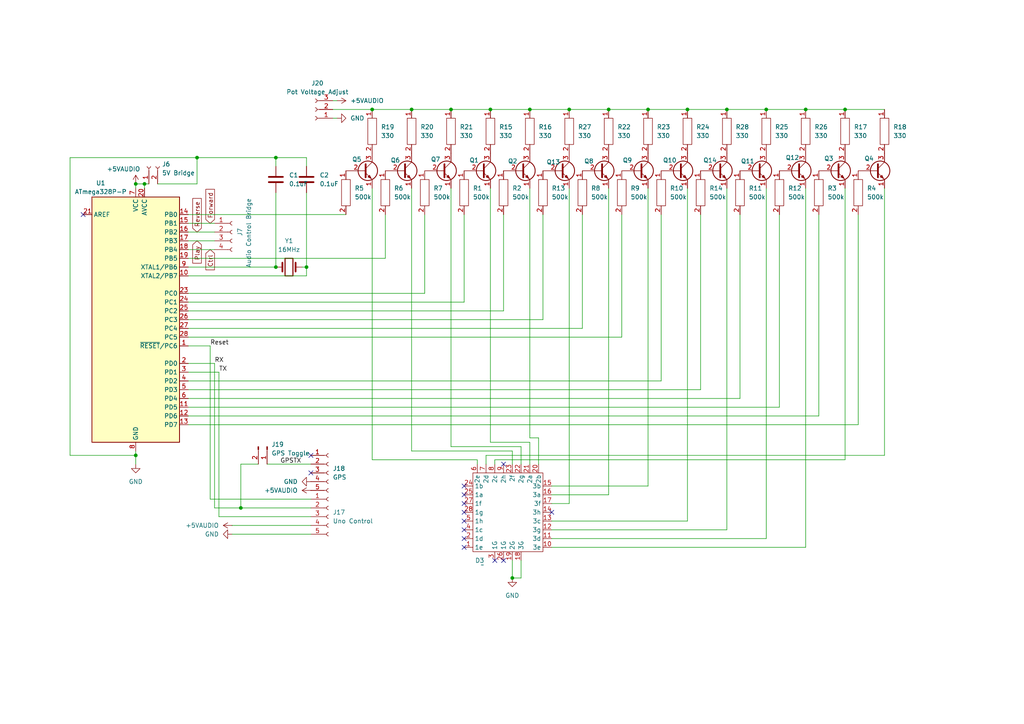
<source format=kicad_sch>
(kicad_sch (version 20231120) (generator "eeschema") (generator_version "8.0")
  (paper "A4")
  (lib_symbols
    (symbol "Connector:Conn_01x02_Pin" (pin_names (offset 1.016) hide)
      (property "Reference" "J" (at 0 2.54 0))
      (property "Value" "Conn_01x02_Pin" (at 0 -5.08 0))
      (symbol "Conn_01x02_Pin_1_1"
        (polyline (pts (xy 1.27 -2.54) (xy 0.8636 -2.54)) (stroke (width 0.1524)))
        (polyline (pts (xy 1.27 0) (xy 0.8636 0)) (stroke (width 0.1524)))
        (rectangle (start 0.8636 -2.413) (end 0 -2.667) (stroke (width 0.1524)) (fill (type outline)))
        (rectangle (start 0.8636 0.127) (end 0 -0.127) (stroke (width 0.1524)) (fill (type outline)))
        (pin passive line (at 5.08 0 180) (length 3.81) (name "Pin_1") (number "1"))
        (pin passive line (at 5.08 -2.54 180) (length 3.81) (name "Pin_2") (number "2"))
      )
    )
    (symbol "Connector:Conn_01x02_Socket" (pin_names (offset 1.016) hide)
      (property "Reference" "J" (at 0 2.54 0))
      (property "Value" "Conn_01x02_Socket" (at 0 -5.08 0))
      (symbol "Conn_01x02_Socket_1_1"
        (arc (start 0 -2.032) (mid -0.5058 -2.54) (end 0 -3.048) (stroke (width 0.1524)))
        (polyline (pts (xy -1.27 -2.54) (xy -0.508 -2.54)) (stroke (width 0.1524)))
        (polyline (pts (xy -1.27 0) (xy -0.508 0)) (stroke (width 0.1524)))
        (arc (start 0 0.508) (mid -0.5058 0) (end 0 -0.508) (stroke (width 0.1524)))
        (pin passive line (at -5.08 0 0) (length 3.81) (name "Pin_1") (number "1"))
        (pin passive line (at -5.08 -2.54 0) (length 3.81) (name "Pin_2") (number "2"))
      )
    )
    (symbol "Connector:Conn_01x03_Socket" (pin_names (offset 1.016) hide)
      (property "Reference" "J" (at 0 5.08 0))
      (property "Value" "Conn_01x03_Socket" (at 0 -5.08 0))
      (symbol "Conn_01x03_Socket_1_1"
        (arc (start 0 -2.032) (mid -0.5058 -2.54) (end 0 -3.048) (stroke (width 0.1524)))
        (polyline (pts (xy -1.27 -2.54) (xy -0.508 -2.54)) (stroke (width 0.1524)))
        (polyline (pts (xy -1.27 0) (xy -0.508 0)) (stroke (width 0.1524)))
        (polyline (pts (xy -1.27 2.54) (xy -0.508 2.54)) (stroke (width 0.1524)))
        (arc (start 0 0.508) (mid -0.5058 0) (end 0 -0.508) (stroke (width 0.1524)))
        (arc (start 0 3.048) (mid -0.5058 2.54) (end 0 2.032) (stroke (width 0.1524)))
        (pin passive line (at -5.08 2.54 0) (length 3.81) (name "Pin_1") (number "1"))
        (pin passive line (at -5.08 0 0) (length 3.81) (name "Pin_2") (number "2"))
        (pin passive line (at -5.08 -2.54 0) (length 3.81) (name "Pin_3") (number "3"))
      )
    )
    (symbol "Connector:Conn_01x04_Socket" (pin_names (offset 1.016) hide)
      (property "Reference" "J" (at 0 5.08 0))
      (property "Value" "Conn_01x04_Socket" (at 0 -7.62 0))
      (symbol "Conn_01x04_Socket_1_1"
        (arc (start 0 -4.572) (mid -0.5058 -5.08) (end 0 -5.588) (stroke (width 0.1524)))
        (arc (start 0 -2.032) (mid -0.5058 -2.54) (end 0 -3.048) (stroke (width 0.1524)))
        (polyline (pts (xy -1.27 -5.08) (xy -0.508 -5.08)) (stroke (width 0.1524)))
        (polyline (pts (xy -1.27 -2.54) (xy -0.508 -2.54)) (stroke (width 0.1524)))
        (polyline (pts (xy -1.27 0) (xy -0.508 0)) (stroke (width 0.1524)))
        (polyline (pts (xy -1.27 2.54) (xy -0.508 2.54)) (stroke (width 0.1524)))
        (arc (start 0 0.508) (mid -0.5058 0) (end 0 -0.508) (stroke (width 0.1524)))
        (arc (start 0 3.048) (mid -0.5058 2.54) (end 0 2.032) (stroke (width 0.1524)))
        (pin passive line (at -5.08 2.54 0) (length 3.81) (name "Pin_1") (number "1"))
        (pin passive line (at -5.08 0 0) (length 3.81) (name "Pin_2") (number "2"))
        (pin passive line (at -5.08 -2.54 0) (length 3.81) (name "Pin_3") (number "3"))
        (pin passive line (at -5.08 -5.08 0) (length 3.81) (name "Pin_4") (number "4"))
      )
    )
    (symbol "Connector:Conn_01x05_Socket" (pin_names (offset 1.016) hide)
      (property "Reference" "J" (at 0 7.62 0))
      (property "Value" "Conn_01x05_Socket" (at 0 -7.62 0))
      (symbol "Conn_01x05_Socket_1_1"
        (arc (start 0 -4.572) (mid -0.5058 -5.08) (end 0 -5.588) (stroke (width 0.1524)))
        (arc (start 0 -2.032) (mid -0.5058 -2.54) (end 0 -3.048) (stroke (width 0.1524)))
        (polyline (pts (xy -1.27 -5.08) (xy -0.508 -5.08)) (stroke (width 0.1524)))
        (polyline (pts (xy -1.27 -2.54) (xy -0.508 -2.54)) (stroke (width 0.1524)))
        (polyline (pts (xy -1.27 0) (xy -0.508 0)) (stroke (width 0.1524)))
        (polyline (pts (xy -1.27 2.54) (xy -0.508 2.54)) (stroke (width 0.1524)))
        (polyline (pts (xy -1.27 5.08) (xy -0.508 5.08)) (stroke (width 0.1524)))
        (arc (start 0 0.508) (mid -0.5058 0) (end 0 -0.508) (stroke (width 0.1524)))
        (arc (start 0 3.048) (mid -0.5058 2.54) (end 0 2.032) (stroke (width 0.1524)))
        (arc (start 0 5.588) (mid -0.5058 5.08) (end 0 4.572) (stroke (width 0.1524)))
        (pin passive line (at -5.08 5.08 0) (length 3.81) (name "Pin_1") (number "1"))
        (pin passive line (at -5.08 2.54 0) (length 3.81) (name "Pin_2") (number "2"))
        (pin passive line (at -5.08 0 0) (length 3.81) (name "Pin_3") (number "3"))
        (pin passive line (at -5.08 -2.54 0) (length 3.81) (name "Pin_4") (number "4"))
        (pin passive line (at -5.08 -5.08 0) (length 3.81) (name "Pin_5") (number "5"))
      )
    )
    (symbol "Device:C" (pin_numbers hide) (pin_names (offset 0.254))
      (property "Reference" "C" (at 0.635 2.54 0))
      (property "Value" "C" (at 0.635 -2.54 0))
      (symbol "C_0_1"
        (polyline (pts (xy -2.032 -0.762) (xy 2.032 -0.762)) (stroke (width 0.508)))
        (polyline (pts (xy -2.032 0.762) (xy 2.032 0.762)) (stroke (width 0.508)))
      )
      (symbol "C_1_1"
        (pin passive line (at 0 3.81 270) (length 2.794) (name "~") (number "1"))
        (pin passive line (at 0 -3.81 90) (length 2.794) (name "~") (number "2"))
      )
    )
    (symbol "Device:Crystal" (pin_numbers hide) (pin_names (offset 1.016) hide)
      (property "Reference" "Y" (at 0 3.81 0))
      (property "Value" "Crystal" (at 0 -3.81 0))
      (symbol "Crystal_0_1"
        (rectangle (start -1.143 2.54) (end 1.143 -2.54) (stroke (width 0.3048)))
        (polyline (pts (xy -2.54 0) (xy -1.905 0)))
        (polyline (pts (xy -1.905 -1.27) (xy -1.905 1.27)) (stroke (width 0.508)))
        (polyline (pts (xy 1.905 -1.27) (xy 1.905 1.27)) (stroke (width 0.508)))
        (polyline (pts (xy 2.54 0) (xy 1.905 0)))
      )
      (symbol "Crystal_1_1"
        (pin passive line (at -3.81 0 0) (length 1.27) (name "1") (number "1"))
        (pin passive line (at 3.81 0 180) (length 1.27) (name "2") (number "2"))
      )
    )
    (symbol "MCU_Microchip_ATmega:ATmega328P-P"
      (property "Reference" "U" (at -12.7 36.83 0))
      (property "Value" "ATmega328P-P" (at 2.54 -36.83 0))
      (symbol "ATmega328P-P_0_1"
        (rectangle (start -12.7 -35.56) (end 12.7 35.56) (stroke (width 0.254)) (fill (type background)))
      )
      (symbol "ATmega328P-P_1_1"
        (pin bidirectional line (at 15.24 -7.62 180) (length 2.54) (name "~{RESET}/PC6") (number "1"))
        (pin bidirectional line (at 15.24 12.7 180) (length 2.54) (name "XTAL2/PB7") (number "10"))
        (pin bidirectional line (at 15.24 -25.4 180) (length 2.54) (name "PD5") (number "11"))
        (pin bidirectional line (at 15.24 -27.94 180) (length 2.54) (name "PD6") (number "12"))
        (pin bidirectional line (at 15.24 -30.48 180) (length 2.54) (name "PD7") (number "13"))
        (pin bidirectional line (at 15.24 30.48 180) (length 2.54) (name "PB0") (number "14"))
        (pin bidirectional line (at 15.24 27.94 180) (length 2.54) (name "PB1") (number "15"))
        (pin bidirectional line (at 15.24 25.4 180) (length 2.54) (name "PB2") (number "16"))
        (pin bidirectional line (at 15.24 22.86 180) (length 2.54) (name "PB3") (number "17"))
        (pin bidirectional line (at 15.24 20.32 180) (length 2.54) (name "PB4") (number "18"))
        (pin bidirectional line (at 15.24 17.78 180) (length 2.54) (name "PB5") (number "19"))
        (pin bidirectional line (at 15.24 -12.7 180) (length 2.54) (name "PD0") (number "2"))
        (pin power_in line (at 2.54 38.1 270) (length 2.54) (name "AVCC") (number "20"))
        (pin passive line (at -15.24 30.48 0) (length 2.54) (name "AREF") (number "21"))
        (pin passive line (at 0 -38.1 90) (length 2.54) hide (name "GND") (number "22"))
        (pin bidirectional line (at 15.24 7.62 180) (length 2.54) (name "PC0") (number "23"))
        (pin bidirectional line (at 15.24 5.08 180) (length 2.54) (name "PC1") (number "24"))
        (pin bidirectional line (at 15.24 2.54 180) (length 2.54) (name "PC2") (number "25"))
        (pin bidirectional line (at 15.24 0 180) (length 2.54) (name "PC3") (number "26"))
        (pin bidirectional line (at 15.24 -2.54 180) (length 2.54) (name "PC4") (number "27"))
        (pin bidirectional line (at 15.24 -5.08 180) (length 2.54) (name "PC5") (number "28"))
        (pin bidirectional line (at 15.24 -15.24 180) (length 2.54) (name "PD1") (number "3"))
        (pin bidirectional line (at 15.24 -17.78 180) (length 2.54) (name "PD2") (number "4"))
        (pin bidirectional line (at 15.24 -20.32 180) (length 2.54) (name "PD3") (number "5"))
        (pin bidirectional line (at 15.24 -22.86 180) (length 2.54) (name "PD4") (number "6"))
        (pin power_in line (at 0 38.1 270) (length 2.54) (name "VCC") (number "7"))
        (pin power_in line (at 0 -38.1 90) (length 2.54) (name "GND") (number "8"))
        (pin bidirectional line (at 15.24 15.24 180) (length 2.54) (name "XTAL1/PB6") (number "9"))
      )
    )
    (symbol "Transistor_BJT:BC107" (pin_names (offset 0) hide)
      (property "Reference" "Q" (at 5.08 1.905 0))
      (property "Value" "BC107" (at 5.08 0 0))
      (symbol "BC107_0_1"
        (polyline (pts (xy 0.635 0.635) (xy 2.54 2.54)))
        (polyline (pts (xy 0.635 -0.635) (xy 2.54 -2.54) (xy 2.54 -2.54)))
        (polyline (pts (xy 0.635 1.905) (xy 0.635 -1.905) (xy 0.635 -1.905)) (stroke (width 0.508)))
        (polyline (pts (xy 1.27 -1.778) (xy 1.778 -1.27) (xy 2.286 -2.286) (xy 1.27 -1.778) (xy 1.27 -1.778)) (fill (type outline)))
        (circle (center 1.27 0) (radius 2.8194) (stroke (width 0.254)))
      )
      (symbol "BC107_1_1"
        (pin passive line (at 2.54 -5.08 90) (length 2.54) (name "E") (number "1"))
        (pin input line (at -5.08 0 0) (length 5.715) (name "B") (number "2"))
        (pin passive line (at 2.54 5.08 270) (length 2.54) (name "C") (number "3"))
      )
    )
    (symbol "carinterface:Kingbright__BC56-11EWA"
      (property "Reference" "LED?" (at 7.874 14.224 0))
      (symbol "Kingbright__BC56-11EWA_0_1"
        (rectangle (start -10.16 11.43) (end 10.16 -11.43))
      )
      (symbol "Kingbright__BC56-11EWA_1_1"
        (pin input line (at -12.7 10.16 0) (length 2.54) (name "1e") (number "1"))
        (pin input line (at 12.7 10.16 180) (length 2.54) (name "3e") (number "10"))
        (pin input line (at 12.7 7.62 180) (length 2.54) (name "3d") (number "11"))
        (pin input line (at 12.7 5.08 180) (length 2.54) (name "3g") (number "12"))
        (pin input line (at 12.7 2.54 180) (length 2.54) (name "3c") (number "13"))
        (pin input line (at 12.7 0 180) (length 2.54) (name "3h") (number "14"))
        (pin input line (at 12.7 -7.62 180) (length 2.54) (name "3b") (number "15"))
        (pin input line (at 12.7 -5.08 180) (length 2.54) (name "3a") (number "16"))
        (pin input line (at 12.7 -2.54 180) (length 2.54) (name "3f") (number "17"))
        (pin power_out line (at 3.81 13.97 270) (length 2.54) (name "3G") (number "18"))
        (pin power_out line (at 1.27 13.97 270) (length 2.54) (name "2G") (number "19"))
        (pin input line (at -12.7 7.62 0) (length 2.54) (name "1d") (number "2"))
        (pin input line (at 8.89 -13.97 90) (length 2.54) (name "2b") (number "20"))
        (pin input line (at 6.35 -13.97 90) (length 2.54) (name "2a") (number "21"))
        (pin input line (at 3.81 -13.97 90) (length 2.54) (name "2g") (number "22"))
        (pin input line (at 1.27 -13.97 90) (length 2.54) (name "2f") (number "23"))
        (pin input line (at -12.7 -7.62 0) (length 2.54) (name "1b") (number "24"))
        (pin input line (at -12.7 -5.08 0) (length 2.54) (name "1a") (number "25"))
        (pin power_out line (at -1.27 13.97 270) (length 2.54) (name "1G") (number "26"))
        (pin input line (at -12.7 -2.54 0) (length 2.54) (name "1f") (number "27"))
        (pin input line (at -12.7 0 0) (length 2.54) (name "1g") (number "28"))
        (pin power_out line (at -3.81 13.97 270) (length 2.54) (name "1G") (number "3"))
        (pin input line (at -12.7 5.08 0) (length 2.54) (name "1c") (number "4"))
        (pin input line (at -12.7 2.54 0) (length 2.54) (name "1h") (number "5"))
        (pin input line (at -8.89 -13.97 90) (length 2.54) (name "2e") (number "6"))
        (pin input line (at -6.35 -13.97 90) (length 2.54) (name "2d") (number "7"))
        (pin input line (at -3.81 -13.97 90) (length 2.54) (name "2c") (number "8"))
        (pin input line (at -1.27 -13.97 90) (length 2.54) (name "2h") (number "9"))
      )
    )
    (symbol "carinterface:Vertical_Resistor"
      (property "Reference" "R?" (at 0 2.286 0))
      (symbol "Vertical_Resistor_0_1"
        (rectangle (start -3.81 1.27) (end 3.81 -1.27))
      )
      (symbol "Vertical_Resistor_1_1"
        (pin bidirectional line (at -6.35 0 0) (length 2.54) (name "") (number "1"))
        (pin bidirectional line (at 6.35 0 180) (length 2.54) (name "") (number "2"))
      )
    )
    (symbol "power:+5V" (power) (pin_numbers hide) (pin_names (offset 0) hide)
      (property "Value" "+5V" (at 0 3.556 0))
      (symbol "+5V_0_1"
        (polyline (pts (xy -0.762 1.27) (xy 0 2.54)))
        (polyline (pts (xy 0 0) (xy 0 2.54)))
        (polyline (pts (xy 0 2.54) (xy 0.762 1.27)))
      )
      (symbol "+5V_1_1"
        (pin power_in line (at 0 0 90) (length 0) (name "~") (number "1"))
      )
    )
    (symbol "power:GND" (power) (pin_numbers hide) (pin_names (offset 0) hide)
      (property "Value" "GND" (at 0 -3.81 0))
      (symbol "GND_0_1"
        (polyline (pts (xy 0 0) (xy 0 -1.27) (xy 1.27 -1.27) (xy 0 -2.54) (xy -1.27 -1.27) (xy 0 -1.27)))
      )
      (symbol "GND_1_1"
        (pin power_in line (at 0 0 270) (length 0) (name "~") (number "1"))
      )
    )
  )
  (junction (at 245.11 31.75))
  (junction (at 130.81 31.75))
  (junction (at 142.24 31.75))
  (junction (at 199.39 31.75))
  (junction (at 80.01 77.47))
  (junction (at 107.95 31.75))
  (junction (at 57.15 45.72))
  (junction (at 165.1 31.75))
  (junction (at 69.85 147.32))
  (junction (at 233.68 31.75))
  (junction (at 88.9 77.47))
  (junction (at 153.67 31.75))
  (junction (at 41.91 53.34))
  (junction (at 210.82 31.75))
  (junction (at 176.53 31.75))
  (junction (at 222.25 31.75))
  (junction (at 39.37 53.34))
  (junction (at 148.59 167.64))
  (junction (at 39.37 132.08))
  (junction (at 187.96 31.75))
  (junction (at 119.38 31.75))
  (junction (at 80.01 45.72))
  (no_connect (at 134.62 156.21))
  (no_connect (at 134.62 151.13))
  (no_connect (at 134.62 148.59))
  (no_connect (at 134.62 140.97))
  (no_connect (at 90.17 132.08))
  (no_connect (at 134.62 146.05))
  (no_connect (at 134.62 143.51))
  (no_connect (at 134.62 158.75))
  (no_connect (at 146.05 134.62))
  (no_connect (at 160.02 148.59))
  (no_connect (at 24.13 62.23))
  (no_connect (at 146.05 162.56))
  (no_connect (at 90.17 137.16))
  (no_connect (at 143.51 162.56))
  (no_connect (at 134.62 153.67))
  (wire (pts (xy 199.39 151.13) (xy 160.02 151.13)))
  (wire (pts (xy 62.23 147.32) (xy 69.85 147.32)))
  (wire (pts (xy 54.61 113.03) (xy 203.2 113.03)))
  (wire (pts (xy 256.54 54.61) (xy 256.54 132.08)))
  (wire (pts (xy 176.53 143.51) (xy 160.02 143.51)))
  (wire (pts (xy 222.25 54.61) (xy 222.25 156.21)))
  (wire (pts (xy 39.37 132.08) (xy 39.37 134.62)))
  (wire (pts (xy 80.01 45.72) (xy 80.01 48.26)))
  (wire (pts (xy 142.24 54.61) (xy 142.24 128.27)))
  (wire (pts (xy 248.92 123.19) (xy 248.92 62.23)))
  (wire (pts (xy 88.9 48.26) (xy 88.9 45.72)))
  (wire (pts (xy 165.1 31.75) (xy 176.53 31.75)))
  (wire (pts (xy 165.1 146.05) (xy 160.02 146.05)))
  (wire (pts (xy 54.61 100.33) (xy 60.96 100.33)))
  (wire (pts (xy 157.48 92.71) (xy 157.48 62.23)))
  (wire (pts (xy 151.13 129.54) (xy 151.13 134.62)))
  (wire (pts (xy 54.61 92.71) (xy 157.48 92.71)))
  (wire (pts (xy 146.05 90.17) (xy 146.05 62.23)))
  (wire (pts (xy 180.34 97.79) (xy 180.34 62.23)))
  (wire (pts (xy 80.01 45.72) (xy 57.15 45.72)))
  (wire (pts (xy 54.61 97.79) (xy 180.34 97.79)))
  (wire (pts (xy 151.13 167.64) (xy 148.59 167.64)))
  (wire (pts (xy 60.96 144.78) (xy 90.17 144.78)))
  (wire (pts (xy 54.61 85.09) (xy 123.19 85.09)))
  (wire (pts (xy 20.32 45.72) (xy 20.32 132.08)))
  (wire (pts (xy 90.17 154.94) (xy 67.31 154.94)))
  (wire (pts (xy 199.39 54.61) (xy 199.39 151.13)))
  (wire (pts (xy 54.61 105.41) (xy 62.23 105.41)))
  (wire (pts (xy 245.11 133.35) (xy 143.51 133.35)))
  (wire (pts (xy 88.9 45.72) (xy 80.01 45.72)))
  (wire (pts (xy 54.61 62.23) (xy 100.33 62.23)))
  (wire (pts (xy 119.38 31.75) (xy 130.81 31.75)))
  (wire (pts (xy 54.61 123.19) (xy 248.92 123.19)))
  (wire (pts (xy 41.91 53.34) (xy 41.91 54.61)))
  (wire (pts (xy 233.68 54.61) (xy 233.68 158.75)))
  (wire (pts (xy 245.11 31.75) (xy 256.54 31.75)))
  (wire (pts (xy 54.61 120.65) (xy 237.49 120.65)))
  (wire (pts (xy 54.61 107.95) (xy 63.5 107.95)))
  (wire (pts (xy 54.61 80.01) (xy 88.9 80.01)))
  (wire (pts (xy 54.61 69.85) (xy 62.23 69.85)))
  (wire (pts (xy 88.9 55.88) (xy 88.9 77.47)))
  (wire (pts (xy 210.82 153.67) (xy 160.02 153.67)))
  (wire (pts (xy 153.67 127) (xy 156.21 127)))
  (wire (pts (xy 256.54 132.08) (xy 140.97 132.08)))
  (wire (pts (xy 80.01 55.88) (xy 80.01 77.47)))
  (wire (pts (xy 165.1 54.61) (xy 165.1 146.05)))
  (wire (pts (xy 187.96 140.97) (xy 160.02 140.97)))
  (wire (pts (xy 153.67 54.61) (xy 153.67 127)))
  (wire (pts (xy 54.61 67.31) (xy 62.23 67.31)))
  (wire (pts (xy 153.67 128.27) (xy 153.67 134.62)))
  (wire (pts (xy 148.59 162.56) (xy 148.59 167.64)))
  (wire (pts (xy 96.52 31.75) (xy 107.95 31.75)))
  (wire (pts (xy 57.15 53.34) (xy 45.72 53.34)))
  (wire (pts (xy 62.23 105.41) (xy 62.23 147.32)))
  (wire (pts (xy 96.52 34.29) (xy 97.79 34.29)))
  (wire (pts (xy 123.19 85.09) (xy 123.19 62.23)))
  (wire (pts (xy 214.63 115.57) (xy 214.63 62.23)))
  (wire (pts (xy 60.96 100.33) (xy 60.96 144.78)))
  (wire (pts (xy 54.61 74.93) (xy 111.76 74.93)))
  (wire (pts (xy 226.06 118.11) (xy 226.06 62.23)))
  (wire (pts (xy 54.61 118.11) (xy 226.06 118.11)))
  (wire (pts (xy 88.9 80.01) (xy 88.9 77.47)))
  (wire (pts (xy 153.67 31.75) (xy 165.1 31.75)))
  (wire (pts (xy 107.95 31.75) (xy 119.38 31.75)))
  (wire (pts (xy 130.81 54.61) (xy 130.81 129.54)))
  (wire (pts (xy 54.61 90.17) (xy 146.05 90.17)))
  (wire (pts (xy 168.91 95.25) (xy 168.91 62.23)))
  (wire (pts (xy 187.96 31.75) (xy 199.39 31.75)))
  (wire (pts (xy 142.24 128.27) (xy 153.67 128.27)))
  (wire (pts (xy 111.76 74.93) (xy 111.76 62.23)))
  (wire (pts (xy 143.51 133.35) (xy 143.51 134.62)))
  (wire (pts (xy 54.61 115.57) (xy 214.63 115.57)))
  (wire (pts (xy 54.61 87.63) (xy 134.62 87.63)))
  (wire (pts (xy 107.95 54.61) (xy 107.95 133.35)))
  (wire (pts (xy 156.21 127) (xy 156.21 134.62)))
  (wire (pts (xy 67.31 152.4) (xy 90.17 152.4)))
  (wire (pts (xy 142.24 31.75) (xy 153.67 31.75)))
  (wire (pts (xy 20.32 45.72) (xy 57.15 45.72)))
  (wire (pts (xy 148.59 130.81) (xy 148.59 134.62)))
  (wire (pts (xy 57.15 45.72) (xy 57.15 53.34)))
  (wire (pts (xy 39.37 53.34) (xy 41.91 53.34)))
  (wire (pts (xy 54.61 95.25) (xy 168.91 95.25)))
  (wire (pts (xy 138.43 133.35) (xy 138.43 134.62)))
  (wire (pts (xy 119.38 54.61) (xy 119.38 130.81)))
  (wire (pts (xy 140.97 132.08) (xy 140.97 134.62)))
  (wire (pts (xy 63.5 149.86) (xy 90.17 149.86)))
  (wire (pts (xy 134.62 87.63) (xy 134.62 62.23)))
  (wire (pts (xy 107.95 133.35) (xy 138.43 133.35)))
  (wire (pts (xy 69.85 134.62) (xy 69.85 147.32)))
  (wire (pts (xy 199.39 31.75) (xy 210.82 31.75)))
  (wire (pts (xy 203.2 113.03) (xy 203.2 62.23)))
  (wire (pts (xy 54.61 64.77) (xy 62.23 64.77)))
  (wire (pts (xy 233.68 158.75) (xy 160.02 158.75)))
  (wire (pts (xy 39.37 53.34) (xy 39.37 54.61)))
  (wire (pts (xy 233.68 31.75) (xy 245.11 31.75)))
  (wire (pts (xy 119.38 130.81) (xy 148.59 130.81)))
  (wire (pts (xy 54.61 77.47) (xy 80.01 77.47)))
  (wire (pts (xy 74.93 134.62) (xy 69.85 134.62)))
  (wire (pts (xy 187.96 54.61) (xy 187.96 140.97)))
  (wire (pts (xy 222.25 156.21) (xy 160.02 156.21)))
  (wire (pts (xy 151.13 162.56) (xy 151.13 167.64)))
  (wire (pts (xy 69.85 147.32) (xy 90.17 147.32)))
  (wire (pts (xy 130.81 31.75) (xy 142.24 31.75)))
  (wire (pts (xy 237.49 120.65) (xy 237.49 62.23)))
  (wire (pts (xy 54.61 72.39) (xy 62.23 72.39)))
  (wire (pts (xy 210.82 54.61) (xy 210.82 153.67)))
  (wire (pts (xy 245.11 54.61) (xy 245.11 133.35)))
  (wire (pts (xy 41.91 53.34) (xy 43.18 53.34)))
  (wire (pts (xy 130.81 129.54) (xy 151.13 129.54)))
  (wire (pts (xy 176.53 54.61) (xy 176.53 143.51)))
  (wire (pts (xy 96.52 29.21) (xy 97.79 29.21)))
  (wire (pts (xy 191.77 110.49) (xy 191.77 62.23)))
  (wire (pts (xy 222.25 31.75) (xy 233.68 31.75)))
  (wire (pts (xy 63.5 107.95) (xy 63.5 149.86)))
  (wire (pts (xy 77.47 134.62) (xy 90.17 134.62)))
  (wire (pts (xy 210.82 31.75) (xy 222.25 31.75)))
  (wire (pts (xy 54.61 110.49) (xy 191.77 110.49)))
  (wire (pts (xy 39.37 130.81) (xy 39.37 132.08)))
  (wire (pts (xy 176.53 31.75) (xy 187.96 31.75)))
  (wire (pts (xy 88.9 77.47) (xy 87.63 77.47)))
  (wire (pts (xy 20.32 132.08) (xy 39.37 132.08)))
  (label "Reset" (at 60.96 100.33 0))
  (label "GPSTX" (at 81.28 134.62 0))
  (label "TX" (at 63.5 107.95 0))
  (label "RX" (at 62.23 105.41 0))
  (global_label "Forward" (shape input) (at 60.96 64.77 90) (property "Intersheetrefs" "${INTERSHEET_REFS}" (effects (hide yes))))
  (global_label "Reverse" (shape input) (at 57.15 67.31 90) (property "Intersheetrefs" "${INTERSHEET_REFS}" (effects (hide yes))))
  (global_label "Play" (shape input) (at 57.15 69.85 270) (property "Intersheetrefs" "${INTERSHEET_REFS}" (effects (hide yes))))
  (global_label "Ctrl" (shape input) (at 60.96 72.39 270) (property "Intersheetrefs" "${INTERSHEET_REFS}" (effects (hide yes))))
  (symbol (lib_id "Transistor_BJT:BC107") (at 151.13 49.53 0) (unit 1)
    (property "Reference" "Q2" (at 147.32 46.736 0) (effects (justify left)))
    (property "Value" "BC107" (effects (hide yes)))
    (property "Footprint" "Package_TO_SOT_THT:TO-18-3" (effects (hide yes)))
    (property "Datasheet" "http://www.b-kainka.de/Daten/Transistor/BC108.pdf" (effects (hide yes)))
    (property "Description" "0.1A Ic, 50V Vce, Low Noise General Purpose NPN Transistor, TO-18" (effects (hide yes)))
  )
  (symbol (lib_id "carinterface:Vertical_Resistor") (at 199.39 38.1 270) (unit 1)
    (property "Reference" "R24" (at 201.93 36.8299 90) (effects (justify left)))
    (property "Value" "330" (at 201.93 39.3699 90) (effects (justify left)))
    (property "Footprint" "carinterface:Vertical Resistor" (effects (hide yes)))
  )
  (symbol (lib_id "Transistor_BJT:BC107") (at 196.85 49.53 0) (unit 1)
    (property "Reference" "Q10" (at 192.278 46.482 0) (effects (justify left)))
    (property "Value" "BC107" (effects (hide yes)))
    (property "Footprint" "Package_TO_SOT_THT:TO-18-3" (effects (hide yes)))
    (property "Datasheet" "http://www.b-kainka.de/Daten/Transistor/BC108.pdf" (effects (hide yes)))
    (property "Description" "0.1A Ic, 50V Vce, Low Noise General Purpose NPN Transistor, TO-18" (effects (hide yes)))
  )
  (symbol (lib_id "power:GND") (at 67.31 154.94 270) (unit 1)
    (property "Reference" "#PWR010" (effects (hide yes)))
    (property "Value" "GND" (at 63.5 154.9399 90) (effects (justify right)))
    (property "Description" "Power symbol creates a global label with name \"GND\" , ground" (effects (hide yes)))
  )
  (symbol (lib_id "Connector:Conn_01x05_Socket") (at 95.25 137.16 0) (unit 1)
    (property "Reference" "J18" (at 96.52 135.8899 0) (effects (justify left)))
    (property "Value" "GPS" (at 96.52 138.4299 0) (effects (justify left)))
    (property "Footprint" "Connector_PinSocket_2.54mm:PinSocket_1x05_P2.54mm_Vertical" (effects (hide yes)))
    (property "Description" "Generic connector, single row, 01x05, script generated" (effects (hide yes)))
  )
  (symbol (lib_id "carinterface:Vertical_Resistor") (at 180.34 55.88 270) (unit 1)
    (property "Reference" "R9" (at 182.88 54.6099 90) (effects (justify left)))
    (property "Value" "500k" (at 182.88 57.1499 90) (effects (justify left)))
    (property "Footprint" "carinterface:Vertical Resistor" (effects (hide yes)))
  )
  (symbol (lib_id "power:+5V") (at 97.79 29.21 270) (unit 1)
    (property "Reference" "#PWR05" (effects (hide yes)))
    (property "Value" "+5VAUDIO" (at 101.6 29.2099 90) (effects (justify left)))
    (property "Description" "Power symbol creates a global label with name \"+5V\"" (effects (hide yes)))
  )
  (symbol (lib_id "Transistor_BJT:BC107") (at 116.84 49.53 0) (unit 1)
    (property "Reference" "Q6" (at 113.284 46.482 0) (effects (justify left)))
    (property "Value" "BC107" (effects (hide yes)))
    (property "Footprint" "Package_TO_SOT_THT:TO-18-3" (effects (hide yes)))
    (property "Datasheet" "http://www.b-kainka.de/Daten/Transistor/BC108.pdf" (effects (hide yes)))
    (property "Description" "0.1A Ic, 50V Vce, Low Noise General Purpose NPN Transistor, TO-18" (effects (hide yes)))
  )
  (symbol (lib_id "power:GND") (at 148.59 167.64 0) (mirror y) (unit 1)
    (property "Reference" "#PWR07" (effects (hide yes)))
    (property "Value" "GND" (at 148.59 172.72 0))
    (property "Description" "Power symbol creates a global label with name \"GND\" , ground" (effects (hide yes)))
  )
  (symbol (lib_id "carinterface:Vertical_Resistor") (at 100.33 55.88 270) (unit 1)
    (property "Reference" "R5" (at 102.87 54.6099 90) (effects (justify left)))
    (property "Value" "500k" (at 102.87 57.1499 90) (effects (justify left)))
    (property "Footprint" "carinterface:Vertical Resistor" (effects (hide yes)))
  )
  (symbol (lib_id "carinterface:Vertical_Resistor") (at 130.81 38.1 270) (unit 1)
    (property "Reference" "R21" (at 133.35 36.8299 90) (effects (justify left)))
    (property "Value" "330" (at 133.35 39.3699 90) (effects (justify left)))
    (property "Footprint" "carinterface:Vertical Resistor" (effects (hide yes)))
  )
  (symbol (lib_id "carinterface:Vertical_Resistor") (at 222.25 38.1 270) (unit 1)
    (property "Reference" "R25" (at 224.79 36.8299 90) (effects (justify left)))
    (property "Value" "330" (at 224.79 39.3699 90) (effects (justify left)))
    (property "Footprint" "carinterface:Vertical Resistor" (effects (hide yes)))
  )
  (symbol (lib_id "Connector:Conn_01x03_Socket") (at 91.44 31.75 180) (unit 1)
    (property "Reference" "J20" (at 92.075 24.13 0))
    (property "Value" "Pot Voltage Adjust" (at 92.075 26.67 0))
    (property "Footprint" "Connector_PinSocket_2.54mm:PinSocket_1x03_P2.54mm_Vertical" (effects (hide yes)))
    (property "Description" "Generic connector, single row, 01x03, script generated" (effects (hide yes)))
  )
  (symbol (lib_id "carinterface:Vertical_Resistor") (at 134.62 55.88 270) (unit 1)
    (property "Reference" "R1" (at 137.16 54.6099 90) (effects (justify left)))
    (property "Value" "500k" (at 137.16 57.1499 90) (effects (justify left)))
    (property "Footprint" "carinterface:Vertical Resistor" (effects (hide yes)))
  )
  (symbol (lib_id "power:+5V") (at 67.31 152.4 90) (unit 1)
    (property "Reference" "#PWR09" (effects (hide yes)))
    (property "Value" "+5VAUDIO" (at 63.5 152.3999 90) (effects (justify left)))
    (property "Description" "Power symbol creates a global label with name \"+5V\"" (effects (hide yes)))
  )
  (symbol (lib_id "Transistor_BJT:BC107") (at 105.41 49.53 0) (unit 1)
    (property "Reference" "Q5" (at 102.108 46.228 0) (effects (justify left)))
    (property "Value" "BC107" (effects (hide yes)))
    (property "Footprint" "Package_TO_SOT_THT:TO-18-3" (effects (hide yes)))
    (property "Datasheet" "http://www.b-kainka.de/Daten/Transistor/BC108.pdf" (effects (hide yes)))
    (property "Description" "0.1A Ic, 50V Vce, Low Noise General Purpose NPN Transistor, TO-18" (effects (hide yes)))
  )
  (symbol (lib_id "Device:C") (at 88.9 52.07 180) (unit 1)
    (property "Reference" "C2" (at 92.71 50.7999 0) (effects (justify right)))
    (property "Value" "0.1uF" (at 92.71 53.3399 0) (effects (justify right)))
    (property "Footprint" "Capacitor_THT:C_Disc_D3.0mm_W1.6mm_P2.50mm" (effects (hide yes)))
    (property "Description" "Unpolarized capacitor" (effects (hide yes)))
  )
  (symbol (lib_id "carinterface:Vertical_Resistor") (at 237.49 55.88 270) (unit 1)
    (property "Reference" "R3" (at 240.03 54.6099 90) (effects (justify left)))
    (property "Value" "500k" (at 240.03 57.1499 90) (effects (justify left)))
    (property "Footprint" "carinterface:Vertical Resistor" (effects (hide yes)))
  )
  (symbol (lib_id "carinterface:Vertical_Resistor") (at 248.92 55.88 270) (unit 1)
    (property "Reference" "R4" (at 251.46 54.6099 90) (effects (justify left)))
    (property "Value" "500k" (at 251.46 57.1499 90) (effects (justify left)))
    (property "Footprint" "carinterface:Vertical Resistor" (effects (hide yes)))
  )
  (symbol (lib_id "Transistor_BJT:BC107") (at 242.57 49.53 0) (unit 1)
    (property "Reference" "Q3" (at 239.014 45.974 0) (effects (justify left)))
    (property "Value" "BC107" (effects (hide yes)))
    (property "Footprint" "Package_TO_SOT_THT:TO-18-3" (effects (hide yes)))
    (property "Datasheet" "http://www.b-kainka.de/Daten/Transistor/BC108.pdf" (effects (hide yes)))
    (property "Description" "0.1A Ic, 50V Vce, Low Noise General Purpose NPN Transistor, TO-18" (effects (hide yes)))
  )
  (symbol (lib_id "Connector:Conn_01x04_Socket") (at 67.31 67.31 0) (unit 1)
    (property "Reference" "J7" (at 69.596 67.31 90))
    (property "Value" "Audio Control Bridge" (at 72.136 67.564 90))
    (property "Footprint" "Connector_PinSocket_2.54mm:PinSocket_1x04_P2.54mm_Vertical" (effects (hide yes)))
    (property "Description" "Generic connector, single row, 01x04, script generated" (effects (hide yes)))
  )
  (symbol (lib_id "Transistor_BJT:BC107") (at 185.42 49.53 0) (unit 1)
    (property "Reference" "Q9" (at 180.594 46.482 0) (effects (justify left)))
    (property "Value" "BC107" (effects (hide yes)))
    (property "Footprint" "Package_TO_SOT_THT:TO-18-3" (effects (hide yes)))
    (property "Datasheet" "http://www.b-kainka.de/Daten/Transistor/BC108.pdf" (effects (hide yes)))
    (property "Description" "0.1A Ic, 50V Vce, Low Noise General Purpose NPN Transistor, TO-18" (effects (hide yes)))
  )
  (symbol (lib_id "Transistor_BJT:BC107") (at 231.14 49.53 0) (unit 1)
    (property "Reference" "Q12" (at 227.838 45.72 0) (effects (justify left)))
    (property "Value" "BC107" (effects (hide yes)))
    (property "Footprint" "Package_TO_SOT_THT:TO-18-3" (effects (hide yes)))
    (property "Datasheet" "http://www.b-kainka.de/Daten/Transistor/BC108.pdf" (effects (hide yes)))
    (property "Description" "0.1A Ic, 50V Vce, Low Noise General Purpose NPN Transistor, TO-18" (effects (hide yes)))
  )
  (symbol (lib_id "power:GND") (at 97.79 34.29 90) (unit 1)
    (property "Reference" "#PWR06" (effects (hide yes)))
    (property "Value" "GND" (at 101.6 34.2899 90) (effects (justify right)))
    (property "Description" "Power symbol creates a global label with name \"GND\" , ground" (effects (hide yes)))
  )
  (symbol (lib_id "carinterface:Vertical_Resistor") (at 123.19 55.88 270) (unit 1)
    (property "Reference" "R7" (at 125.73 54.6099 90) (effects (justify left)))
    (property "Value" "500k" (at 125.73 57.1499 90) (effects (justify left)))
    (property "Footprint" "carinterface:Vertical Resistor" (effects (hide yes)))
  )
  (symbol (lib_id "Device:C") (at 80.01 52.07 0) (unit 1)
    (property "Reference" "C1" (at 83.82 50.7999 0) (effects (justify left)))
    (property "Value" "0.1uF" (at 83.82 53.3399 0) (effects (justify left)))
    (property "Footprint" "Capacitor_THT:C_Disc_D3.0mm_W1.6mm_P2.50mm" (effects (hide yes)))
    (property "Description" "Unpolarized capacitor" (effects (hide yes)))
  )
  (symbol (lib_id "carinterface:Vertical_Resistor") (at 214.63 55.88 270) (unit 1)
    (property "Reference" "R11" (at 217.17 54.6099 90) (effects (justify left)))
    (property "Value" "500k" (at 217.17 57.1499 90) (effects (justify left)))
    (property "Footprint" "carinterface:Vertical Resistor" (effects (hide yes)))
  )
  (symbol (lib_id "carinterface:Vertical_Resistor") (at 226.06 55.88 270) (unit 1)
    (property "Reference" "R12" (at 228.6 54.6099 90) (effects (justify left)))
    (property "Value" "500k" (at 228.6 57.1499 90) (effects (justify left)))
    (property "Footprint" "carinterface:Vertical Resistor" (effects (hide yes)))
  )
  (symbol (lib_id "carinterface:Vertical_Resistor") (at 176.53 38.1 270) (unit 1)
    (property "Reference" "R22" (at 179.07 36.8299 90) (effects (justify left)))
    (property "Value" "330" (at 179.07 39.3699 90) (effects (justify left)))
    (property "Footprint" "carinterface:Vertical Resistor" (effects (hide yes)))
  )
  (symbol (lib_id "Transistor_BJT:BC107") (at 139.7 49.53 0) (unit 1)
    (property "Reference" "Q1" (at 136.144 46.482 0) (effects (justify left)))
    (property "Value" "BC107" (effects (hide yes)))
    (property "Footprint" "Package_TO_SOT_THT:TO-18-3" (effects (hide yes)))
    (property "Datasheet" "http://www.b-kainka.de/Daten/Transistor/BC108.pdf" (effects (hide yes)))
    (property "Description" "0.1A Ic, 50V Vce, Low Noise General Purpose NPN Transistor, TO-18" (effects (hide yes)))
  )
  (symbol (lib_id "Transistor_BJT:BC107") (at 254 49.53 0) (unit 1)
    (property "Reference" "Q4" (at 250.698 45.974 0) (effects (justify left)))
    (property "Value" "BC107" (effects (hide yes)))
    (property "Footprint" "Package_TO_SOT_THT:TO-18-3" (effects (hide yes)))
    (property "Datasheet" "http://www.b-kainka.de/Daten/Transistor/BC108.pdf" (effects (hide yes)))
    (property "Description" "0.1A Ic, 50V Vce, Low Noise General Purpose NPN Transistor, TO-18" (effects (hide yes)))
  )
  (symbol (lib_id "power:GND") (at 39.37 134.62 0) (unit 1)
    (property "Reference" "#PWR01" (effects (hide yes)))
    (property "Value" "GND" (at 39.37 139.7 0))
    (property "Description" "Power symbol creates a global label with name \"GND\" , ground" (effects (hide yes)))
  )
  (symbol (lib_id "power:+5V") (at 90.17 142.24 90) (unit 1)
    (property "Reference" "#PWR022" (effects (hide yes)))
    (property "Value" "+5VAUDIO" (at 86.36 142.2399 90) (effects (justify left)))
    (property "Description" "Power symbol creates a global label with name \"+5V\"" (effects (hide yes)))
  )
  (symbol (lib_id "Connector:Conn_01x02_Pin") (at 77.47 129.54 270) (unit 1)
    (property "Reference" "J19" (at 78.74 128.9049 90) (effects (justify left)))
    (property "Value" "GPS Toggle" (at 78.74 131.4449 90) (effects (justify left)))
    (property "Footprint" "Connector_PinHeader_2.54mm:PinHeader_1x02_P2.54mm_Vertical" (effects (hide yes)))
    (property "Description" "Generic connector, single row, 01x02, script generated" (effects (hide yes)))
  )
  (symbol (lib_id "carinterface:Vertical_Resistor") (at 168.91 55.88 270) (unit 1)
    (property "Reference" "R8" (at 171.45 54.6099 90) (effects (justify left)))
    (property "Value" "500k" (at 171.45 57.1499 90) (effects (justify left)))
    (property "Footprint" "carinterface:Vertical Resistor" (effects (hide yes)))
  )
  (symbol (lib_id "Device:Crystal") (at 83.82 77.47 0) (unit 1)
    (property "Reference" "Y1" (at 83.82 69.85 0))
    (property "Value" "16MHz" (at 83.82 72.39 0))
    (property "Footprint" "Crystal:Crystal_HC18-U_Vertical" (effects (hide yes)))
    (property "Description" "Two pin crystal" (effects (hide yes)))
  )
  (symbol (lib_id "carinterface:Vertical_Resistor") (at 233.68 38.1 270) (unit 1)
    (property "Reference" "R26" (at 236.22 36.8299 90) (effects (justify left)))
    (property "Value" "330" (at 236.22 39.3699 90) (effects (justify left)))
    (property "Footprint" "carinterface:Vertical Resistor" (effects (hide yes)))
  )
  (symbol (lib_id "Connector:Conn_01x02_Socket") (at 43.18 48.26 90) (unit 1)
    (property "Reference" "J6" (at 46.99 47.6249 90) (effects (justify right)))
    (property "Value" "5V Bridge" (at 46.99 50.1649 90) (effects (justify right)))
    (property "Footprint" "Connector_PinSocket_2.54mm:PinSocket_1x02_P2.54mm_Vertical" (effects (hide yes)))
    (property "Description" "Generic connector, single row, 01x02, script generated" (effects (hide yes)))
  )
  (symbol (lib_id "carinterface:Vertical_Resistor") (at 142.24 38.1 270) (unit 1)
    (property "Reference" "R15" (at 144.78 36.8299 90) (effects (justify left)))
    (property "Value" "330" (at 144.78 39.3699 90) (effects (justify left)))
    (property "Footprint" "carinterface:Vertical Resistor" (effects (hide yes)))
  )
  (symbol (lib_id "carinterface:Vertical_Resistor") (at 119.38 38.1 270) (unit 1)
    (property "Reference" "R20" (at 121.92 36.8299 90) (effects (justify left)))
    (property "Value" "330" (at 121.92 39.3699 90) (effects (justify left)))
    (property "Footprint" "carinterface:Vertical Resistor" (effects (hide yes)))
  )
  (symbol (lib_id "carinterface:Vertical_Resistor") (at 146.05 55.88 270) (unit 1)
    (property "Reference" "R2" (at 148.59 54.6099 90) (effects (justify left)))
    (property "Value" "500k" (at 148.59 57.1499 90) (effects (justify left)))
    (property "Footprint" "carinterface:Vertical Resistor" (effects (hide yes)))
  )
  (symbol (lib_id "carinterface:Vertical_Resistor") (at 191.77 55.88 270) (unit 1)
    (property "Reference" "R10" (at 194.31 54.6099 90) (effects (justify left)))
    (property "Value" "500k" (at 194.31 57.1499 90) (effects (justify left)))
    (property "Footprint" "carinterface:Vertical Resistor" (effects (hide yes)))
  )
  (symbol (lib_id "carinterface:Vertical_Resistor") (at 245.11 38.1 270) (unit 1)
    (property "Reference" "R17" (at 247.65 36.8299 90) (effects (justify left)))
    (property "Value" "330" (at 247.65 39.3699 90) (effects (justify left)))
    (property "Footprint" "carinterface:Vertical Resistor" (effects (hide yes)))
  )
  (symbol (lib_id "Transistor_BJT:BC107") (at 128.27 49.53 0) (unit 1)
    (property "Reference" "Q7" (at 124.968 46.228 0) (effects (justify left)))
    (property "Value" "BC107" (effects (hide yes)))
    (property "Footprint" "Package_TO_SOT_THT:TO-18-3" (effects (hide yes)))
    (property "Datasheet" "http://www.b-kainka.de/Daten/Transistor/BC108.pdf" (effects (hide yes)))
    (property "Description" "0.1A Ic, 50V Vce, Low Noise General Purpose NPN Transistor, TO-18" (effects (hide yes)))
  )
  (symbol (lib_id "carinterface:Vertical_Resistor") (at 153.67 38.1 270) (unit 1)
    (property "Reference" "R16" (at 156.21 36.8299 90) (effects (justify left)))
    (property "Value" "330" (at 156.21 39.3699 90) (effects (justify left)))
    (property "Footprint" "carinterface:Vertical Resistor" (effects (hide yes)))
  )
  (symbol (lib_id "Transistor_BJT:BC107") (at 208.28 49.53 0) (unit 1)
    (property "Reference" "Q14" (at 203.962 46.482 0) (effects (justify left)))
    (property "Value" "BC107" (effects (hide yes)))
    (property "Footprint" "Package_TO_SOT_THT:TO-18-3" (effects (hide yes)))
    (property "Datasheet" "http://www.b-kainka.de/Daten/Transistor/BC108.pdf" (effects (hide yes)))
    (property "Description" "0.1A Ic, 50V Vce, Low Noise General Purpose NPN Transistor, TO-18" (effects (hide yes)))
  )
  (symbol (lib_id "Transistor_BJT:BC107") (at 162.56 49.53 0) (unit 1)
    (property "Reference" "Q13" (at 158.496 46.99 0) (effects (justify left)))
    (property "Value" "BC107" (effects (hide yes)))
    (property "Footprint" "Package_TO_SOT_THT:TO-18-3" (effects (hide yes)))
    (property "Datasheet" "http://www.b-kainka.de/Daten/Transistor/BC108.pdf" (effects (hide yes)))
    (property "Description" "0.1A Ic, 50V Vce, Low Noise General Purpose NPN Transistor, TO-18" (effects (hide yes)))
  )
  (symbol (lib_id "power:GND") (at 90.17 139.7 270) (unit 1)
    (property "Reference" "#PWR023" (effects (hide yes)))
    (property "Value" "GND" (at 86.36 139.6999 90) (effects (justify right)))
    (property "Description" "Power symbol creates a global label with name \"GND\" , ground" (effects (hide yes)))
  )
  (symbol (lib_id "power:+5V") (at 39.37 53.34 0) (unit 1)
    (property "Reference" "#PWR03" (effects (hide yes)))
    (property "Value" "+5VAUDIO" (at 35.814 49.022 0))
    (property "Description" "Power symbol creates a global label with name \"+5V\"" (effects (hide yes)))
  )
  (symbol (lib_id "carinterface:Vertical_Resistor") (at 165.1 38.1 270) (unit 1)
    (property "Reference" "R27" (at 167.64 36.8299 90) (effects (justify left)))
    (property "Value" "330" (at 167.64 39.3699 90) (effects (justify left)))
    (property "Footprint" "carinterface:Vertical Resistor" (effects (hide yes)))
  )
  (symbol (lib_id "carinterface:Vertical_Resistor") (at 256.54 38.1 270) (unit 1)
    (property "Reference" "R18" (at 259.08 36.8299 90) (effects (justify left)))
    (property "Value" "330" (at 259.08 39.3699 90) (effects (justify left)))
    (property "Footprint" "carinterface:Vertical Resistor" (effects (hide yes)))
  )
  (symbol (lib_id "carinterface:Vertical_Resistor") (at 107.95 38.1 270) (unit 1)
    (property "Reference" "R19" (at 110.49 36.8299 90) (effects (justify left)))
    (property "Value" "330" (at 110.49 39.3699 90) (effects (justify left)))
    (property "Footprint" "carinterface:Vertical Resistor" (effects (hide yes)))
  )
  (symbol (lib_id "Connector:Conn_01x05_Socket") (at 95.25 149.86 0) (unit 1)
    (property "Reference" "J17" (at 96.52 148.5899 0) (effects (justify left)))
    (property "Value" "Uno Control" (at 96.52 151.1299 0) (effects (justify left)))
    (property "Footprint" "Connector_PinSocket_2.54mm:PinSocket_1x05_P2.54mm_Vertical" (effects (hide yes)))
    (property "Description" "Generic connector, single row, 01x05, script generated" (effects (hide yes)))
  )
  (symbol (lib_id "carinterface:Kingbright__BC56-11EWA") (at 147.32 148.59 0) (mirror x) (unit 1)
    (property "Reference" "D3" (at 140.4935 162.56 0) (effects (justify right)))
    (property "Value" "~" (at 140.4935 163.83 0) (effects (justify right)))
    (property "Footprint" "carinterface:Kingbright 3 Digit Common Cathode" (effects (hide yes)))
    (property "Datasheet" "https://www.kingbrightusa.com/images/catalog/SPEC/BC56-11EWA.pdf" (effects (hide yes)))
  )
  (symbol (lib_id "carinterface:Vertical_Resistor") (at 210.82 38.1 270) (unit 1)
    (property "Reference" "R28" (at 213.36 36.8299 90) (effects (justify left)))
    (property "Value" "330" (at 213.36 39.3699 90) (effects (justify left)))
    (property "Footprint" "carinterface:Vertical Resistor" (effects (hide yes)))
  )
  (symbol (lib_id "Transistor_BJT:BC107") (at 219.71 49.53 0) (unit 1)
    (property "Reference" "Q11" (at 214.884 46.736 0) (effects (justify left)))
    (property "Value" "BC107" (effects (hide yes)))
    (property "Footprint" "Package_TO_SOT_THT:TO-18-3" (effects (hide yes)))
    (property "Datasheet" "http://www.b-kainka.de/Daten/Transistor/BC108.pdf" (effects (hide yes)))
    (property "Description" "0.1A Ic, 50V Vce, Low Noise General Purpose NPN Transistor, TO-18" (effects (hide yes)))
  )
  (symbol (lib_id "MCU_Microchip_ATmega:ATmega328P-P") (at 39.37 92.71 0) (unit 1)
    (property "Reference" "U1" (at 29.21 53.086 0))
    (property "Value" "ATmega328P-P" (at 29.21 55.626 0))
    (property "Footprint" "Package_DIP:DIP-28_W7.62mm" (effects (hide yes)))
    (property "Datasheet" "http://ww1.microchip.com/downloads/en/DeviceDoc/ATmega328_P%20AVR%20MCU%20with%20picoPower%20Technology%20Data%20Sheet%2040001984A.pdf" (effects (hide yes)))
    (property "Description" "20MHz, 32kB Flash, 2kB SRAM, 1kB EEPROM, DIP-28" (effects (hide yes)))
  )
  (symbol (lib_id "carinterface:Vertical_Resistor") (at 157.48 55.88 270) (unit 1)
    (property "Reference" "R13" (at 160.02 54.6099 90) (effects (justify left)))
    (property "Value" "500k" (at 160.02 57.1499 90) (effects (justify left)))
    (property "Footprint" "carinterface:Vertical Resistor" (effects (hide yes)))
  )
  (symbol (lib_id "Transistor_BJT:BC107") (at 173.99 49.53 0) (unit 1)
    (property "Reference" "Q8" (at 169.418 46.736 0) (effects (justify left)))
    (property "Value" "BC107" (effects (hide yes)))
    (property "Footprint" "Package_TO_SOT_THT:TO-18-3" (effects (hide yes)))
    (property "Datasheet" "http://www.b-kainka.de/Daten/Transistor/BC108.pdf" (effects (hide yes)))
    (property "Description" "0.1A Ic, 50V Vce, Low Noise General Purpose NPN Transistor, TO-18" (effects (hide yes)))
  )
  (symbol (lib_id "carinterface:Vertical_Resistor") (at 187.96 38.1 270) (unit 1)
    (property "Reference" "R23" (at 190.5 36.8299 90) (effects (justify left)))
    (property "Value" "330" (at 190.5 39.3699 90) (effects (justify left)))
    (property "Footprint" "carinterface:Vertical Resistor" (effects (hide yes)))
  )
  (symbol (lib_id "carinterface:Vertical_Resistor") (at 111.76 55.88 270) (unit 1)
    (property "Reference" "R6" (at 114.3 54.6099 90) (effects (justify left)))
    (property "Value" "500k" (at 114.3 57.1499 90) (effects (justify left)))
    (property "Footprint" "carinterface:Vertical Resistor" (effects (hide yes)))
  )
  (symbol (lib_id "carinterface:Vertical_Resistor") (at 203.2 55.88 270) (unit 1)
    (property "Reference" "R14" (at 205.74 54.6099 90) (effects (justify left)))
    (property "Value" "500k" (at 205.74 57.1499 90) (effects (justify left)))
    (property "Footprint" "carinterface:Vertical Resistor" (effects (hide yes)))
  )
)
</source>
